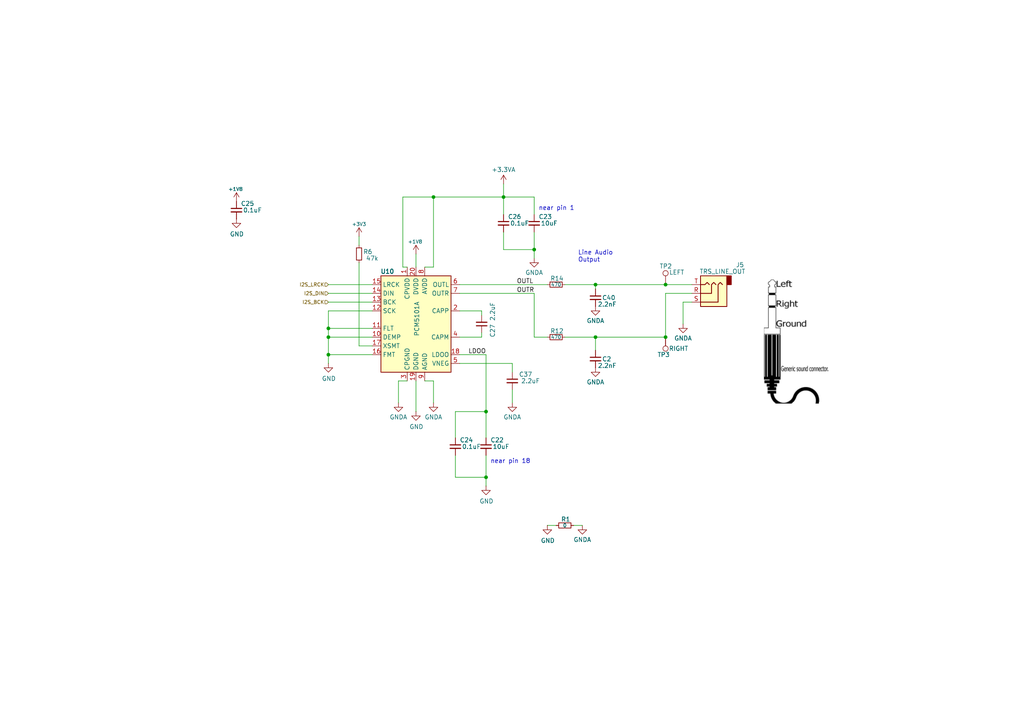
<source format=kicad_sch>
(kicad_sch (version 20250114) (generator "eeschema") (generator_version "9.0")
  (paper "A4")
  (lib_symbols
    (symbol "Audio:PCM5101A"
      (property "Reference" "U" (at -10.16 13.97 0))
      (property "Value" "PCM5101A" (at 3.81 13.97 0))
      (symbol "PCM5101A_0_1"
        (rectangle (start -10.16 12.7) (end 10.16 -15.24) (stroke (width 0.254)) (fill (type background)))
      )
      (symbol "PCM5101A_1_1"
        (pin input line (at -12.7 10.16 0) (length 2.54) (name "LRCK") (number "15"))
        (pin input line (at -12.7 7.62 0) (length 2.54) (name "DIN") (number "14"))
        (pin input line (at -12.7 5.08 0) (length 2.54) (name "BCK") (number "13"))
        (pin input line (at -12.7 2.54 0) (length 2.54) (name "SCK") (number "12"))
        (pin input line (at -12.7 -2.54 0) (length 2.54) (name "FLT") (number "11"))
        (pin input line (at -12.7 -5.08 0) (length 2.54) (name "DEMP") (number "10"))
        (pin input line (at -12.7 -7.62 0) (length 2.54) (name "XSMT") (number "17"))
        (pin input line (at -12.7 -10.16 0) (length 2.54) (name "FMT") (number "16"))
        (pin passive line (at -2.54 15.24 270) (length 2.54) (name "CPVDD") (number "1"))
        (pin power_in line (at -2.54 -17.78 90) (length 2.54) (name "CPGND") (number "3"))
        (pin power_in line (at 0 15.24 270) (length 2.54) (name "DVDD") (number "20"))
        (pin power_in line (at 0 -17.78 90) (length 2.54) (name "DGND") (number "19"))
        (pin power_in line (at 2.54 15.24 270) (length 2.54) (name "AVDD") (number "8"))
        (pin power_in line (at 2.54 -17.78 90) (length 2.54) (name "AGND") (number "9"))
        (pin output line (at 12.7 10.16 180) (length 2.54) (name "OUTL") (number "6"))
        (pin output line (at 12.7 7.62 180) (length 2.54) (name "OUTR") (number "7"))
        (pin passive line (at 12.7 2.54 180) (length 2.54) (name "CAPP") (number "2"))
        (pin passive line (at 12.7 -5.08 180) (length 2.54) (name "CAPM") (number "4"))
        (pin passive line (at 12.7 -10.16 180) (length 2.54) (name "LDOO") (number "18"))
        (pin passive line (at 12.7 -12.7 180) (length 2.54) (name "VNEG") (number "5"))
      )
    )
    (symbol "Connector:TestPoint" (pin_numbers (hide yes)) (pin_names (offset 0.762) (hide yes))
      (property "Reference" "TP" (at 0 6.858 0))
      (property "Value" "TestPoint" (at 0 5.08 0))
      (symbol "TestPoint_0_1"
        (circle (center 0 3.302) (radius 0.762))
      )
      (symbol "TestPoint_1_1"
        (pin passive line (at 0 0 90) (length 2.54) (name "1") (number "1"))
      )
    )
    (symbol "Connector_Audio:AudioJack3"
      (property "Reference" "J" (at 0 8.89 0))
      (property "Value" "AudioJack3" (at 0 6.35 0))
      (symbol "AudioJack3_0_1"
        (rectangle (start -5.08 -5.08) (end -6.35 -2.54) (stroke (width 0.254)) (fill (type outline)))
        (polyline (pts (xy -1.905 -2.54) (xy -1.27 -3.175) (xy -0.635 -2.54) (xy -0.635 0) (xy 2.54 0)) (stroke (width 0.254)))
        (polyline (pts (xy 0 -2.54) (xy 0.635 -3.175) (xy 1.27 -2.54) (xy 2.54 -2.54)) (stroke (width 0.254)))
        (rectangle (start 2.54 3.81) (end -5.08 -5.08) (stroke (width 0.254)) (fill (type background)))
        (polyline (pts (xy 2.54 2.54) (xy -2.54 2.54) (xy -2.54 -2.54) (xy -3.175 -3.175) (xy -3.81 -2.54)) (stroke (width 0.254)))
      )
      (symbol "AudioJack3_1_1"
        (pin passive line (at 5.08 2.54 180) (length 2.54) (name "~") (number "S"))
        (pin passive line (at 5.08 0 180) (length 2.54) (name "~") (number "R"))
        (pin passive line (at 5.08 -2.54 180) (length 2.54) (name "~") (number "T"))
      )
    )
    (symbol "Device:C_Small" (pin_numbers (hide yes)) (pin_names (offset 0.254) (hide yes))
      (property "Reference" "C" (at 0.254 1.778 0))
      (property "Value" "C_Small" (at 0.254 -2.032 0))
      (symbol "C_Small_0_1"
        (polyline (pts (xy -1.524 0.508) (xy 1.524 0.508)) (stroke (width 0.3048)))
        (polyline (pts (xy -1.524 -0.508) (xy 1.524 -0.508)) (stroke (width 0.3302)))
      )
      (symbol "C_Small_1_1"
        (pin passive line (at 0 2.54 270) (length 2.032) (name "~") (number "1"))
        (pin passive line (at 0 -2.54 90) (length 2.032) (name "~") (number "2"))
      )
    )
    (symbol "Device:R_Small" (pin_numbers (hide yes)) (pin_names (offset 0.254) (hide yes))
      (property "Reference" "R" (at 0.762 0.508 0))
      (property "Value" "R_Small" (at 0.762 -1.016 0))
      (symbol "R_Small_0_1"
        (rectangle (start -0.762 1.778) (end 0.762 -1.778) (stroke (width 0.2032)))
      )
      (symbol "R_Small_1_1"
        (pin passive line (at 0 2.54 270) (length 0.762) (name "~") (number "1"))
        (pin passive line (at 0 -2.54 90) (length 0.762) (name "~") (number "2"))
      )
    )
    (symbol "power:+1V8" (power) (pin_names (offset 0))
      (property "Value" "+1V8" (at 0 3.556 0))
      (symbol "+1V8_0_1"
        (polyline (pts (xy -0.762 1.27) (xy 0 2.54)))
        (polyline (pts (xy 0 2.54) (xy 0.762 1.27)))
        (polyline (pts (xy 0 0) (xy 0 2.54)))
      )
      (symbol "+1V8_1_1"
        (pin power_in line (at 0 0 90) (length 0) (hide yes) (name "+1V8") (number "1"))
      )
    )
    (symbol "power:+3.3VA" (power) (pin_names (offset 0))
      (property "Value" "+3.3VA" (at 0 3.556 0))
      (symbol "+3.3VA_0_1"
        (polyline (pts (xy -0.762 1.27) (xy 0 2.54)))
        (polyline (pts (xy 0 2.54) (xy 0.762 1.27)))
        (polyline (pts (xy 0 0) (xy 0 2.54)))
      )
      (symbol "+3.3VA_1_1"
        (pin power_in line (at 0 0 90) (length 0) (hide yes) (name "+3.3VA") (number "1"))
      )
    )
    (symbol "power:+3V3" (power) (pin_names (offset 0))
      (property "Value" "+3V3" (at 0 3.556 0))
      (symbol "+3V3_0_1"
        (polyline (pts (xy -0.762 1.27) (xy 0 2.54)))
        (polyline (pts (xy 0 2.54) (xy 0.762 1.27)))
        (polyline (pts (xy 0 0) (xy 0 2.54)))
      )
      (symbol "+3V3_1_1"
        (pin power_in line (at 0 0 90) (length 0) (hide yes) (name "+3V3") (number "1"))
      )
    )
    (symbol "power:GND" (power) (pin_numbers (hide yes)) (pin_names (offset 0) (hide yes))
      (property "Value" "GND" (at 0 -3.81 0))
      (symbol "GND_0_1"
        (polyline (pts (xy 0 0) (xy 0 -1.27) (xy 1.27 -1.27) (xy 0 -2.54) (xy -1.27 -1.27) (xy 0 -1.27)))
      )
      (symbol "GND_1_1"
        (pin power_in line (at 0 0 270) (length 0) (name "~") (number "1"))
      )
    )
    (symbol "power:GNDA" (power) (pin_names (offset 0))
      (property "Value" "GNDA" (at 0 -3.81 0))
      (symbol "GNDA_0_1"
        (polyline (pts (xy 0 0) (xy 0 -1.27) (xy 1.27 -1.27) (xy 0 -2.54) (xy -1.27 -1.27) (xy 0 -1.27)))
      )
      (symbol "GNDA_1_1"
        (pin power_in line (at 0 0 270) (length 0) (hide yes) (name "GNDA") (number "1"))
      )
    )
  )
  (text "near pin 18" (at 142.24 134.62 0) (effects (font (size 1.27 1.27)) (justify left bottom)))
  (text "near pin 1" (at 156.21 61.214 0) (effects (font (size 1.27 1.27)) (justify left bottom)))
  (text "Line Audio\nOutput" (at 167.64 76.2 0) (effects (font (size 1.27 1.27)) (justify left bottom)))
  (junction (at 193.04 97.79))
  (junction (at 154.94 72.39))
  (junction (at 95.25 95.25))
  (junction (at 140.97 119.38))
  (junction (at 193.04 82.55))
  (junction (at 172.72 82.55))
  (junction (at 146.05 57.15))
  (junction (at 95.25 97.79))
  (junction (at 172.72 97.79))
  (junction (at 140.97 138.43))
  (junction (at 95.25 102.87))
  (junction (at 125.73 57.15))
  (wire (pts (xy 133.35 85.09) (xy 154.94 85.09)))
  (wire (pts (xy 140.97 138.43) (xy 140.97 140.97)))
  (wire (pts (xy 133.35 90.17) (xy 139.7 90.17)))
  (wire (pts (xy 146.05 67.31) (xy 146.05 72.39)))
  (wire (pts (xy 104.14 71.12) (xy 104.14 68.58)))
  (wire (pts (xy 148.59 105.41) (xy 148.59 107.95)))
  (wire (pts (xy 139.7 90.17) (xy 139.7 91.44)))
  (wire (pts (xy 172.72 101.6) (xy 172.72 97.79)))
  (wire (pts (xy 163.83 97.79) (xy 172.72 97.79)))
  (wire (pts (xy 125.73 57.15) (xy 146.05 57.15)))
  (wire (pts (xy 146.05 57.15) (xy 154.94 57.15)))
  (wire (pts (xy 198.12 87.63) (xy 200.66 87.63)))
  (wire (pts (xy 140.97 102.87) (xy 140.97 119.38)))
  (wire (pts (xy 95.25 85.09) (xy 107.95 85.09)))
  (wire (pts (xy 104.14 76.2) (xy 104.14 100.33)))
  (wire (pts (xy 172.72 97.79) (xy 193.04 97.79)))
  (wire (pts (xy 95.25 90.17) (xy 107.95 90.17)))
  (wire (pts (xy 172.72 82.55) (xy 163.83 82.55)))
  (wire (pts (xy 116.84 77.47) (xy 118.11 77.47)))
  (wire (pts (xy 154.94 67.31) (xy 154.94 72.39)))
  (wire (pts (xy 125.73 116.84) (xy 125.73 110.49)))
  (wire (pts (xy 140.97 132.08) (xy 140.97 138.43)))
  (wire (pts (xy 146.05 72.39) (xy 154.94 72.39)))
  (wire (pts (xy 154.94 97.79) (xy 158.75 97.79)))
  (wire (pts (xy 193.04 82.55) (xy 200.66 82.55)))
  (wire (pts (xy 140.97 119.38) (xy 140.97 127)))
  (wire (pts (xy 193.04 85.09) (xy 193.04 97.79)))
  (wire (pts (xy 107.95 100.33) (xy 104.14 100.33)))
  (wire (pts (xy 95.25 102.87) (xy 95.25 105.41)))
  (wire (pts (xy 125.73 110.49) (xy 123.19 110.49)))
  (wire (pts (xy 132.08 119.38) (xy 132.08 127)))
  (wire (pts (xy 198.12 87.63) (xy 198.12 93.98)))
  (wire (pts (xy 154.94 85.09) (xy 154.94 97.79)))
  (wire (pts (xy 146.05 53.34) (xy 146.05 57.15)))
  (wire (pts (xy 172.72 82.55) (xy 193.04 82.55)))
  (wire (pts (xy 172.72 83.82) (xy 172.72 82.55)))
  (wire (pts (xy 95.25 82.55) (xy 107.95 82.55)))
  (wire (pts (xy 116.84 57.15) (xy 116.84 77.47)))
  (wire (pts (xy 133.35 105.41) (xy 148.59 105.41)))
  (wire (pts (xy 146.05 57.15) (xy 146.05 62.23)))
  (wire (pts (xy 95.25 102.87) (xy 107.95 102.87)))
  (wire (pts (xy 95.25 95.25) (xy 95.25 97.79)))
  (wire (pts (xy 95.25 97.79) (xy 95.25 102.87)))
  (wire (pts (xy 125.73 57.15) (xy 116.84 57.15)))
  (wire (pts (xy 148.59 113.03) (xy 148.59 116.84)))
  (wire (pts (xy 139.7 97.79) (xy 139.7 96.52)))
  (wire (pts (xy 133.35 102.87) (xy 140.97 102.87)))
  (wire (pts (xy 123.19 77.47) (xy 125.73 77.47)))
  (wire (pts (xy 132.08 132.08) (xy 132.08 138.43)))
  (wire (pts (xy 115.57 110.49) (xy 118.11 110.49)))
  (wire (pts (xy 132.08 138.43) (xy 140.97 138.43)))
  (wire (pts (xy 154.94 72.39) (xy 154.94 74.93)))
  (wire (pts (xy 95.25 97.79) (xy 107.95 97.79)))
  (wire (pts (xy 107.95 95.25) (xy 95.25 95.25)))
  (wire (pts (xy 168.91 152.4) (xy 166.37 152.4)))
  (wire (pts (xy 133.35 82.55) (xy 158.75 82.55)))
  (wire (pts (xy 95.25 95.25) (xy 95.25 90.17)))
  (wire (pts (xy 125.73 77.47) (xy 125.73 57.15)))
  (wire (pts (xy 120.65 73.66) (xy 120.65 77.47)))
  (wire (pts (xy 115.57 116.84) (xy 115.57 110.49)))
  (wire (pts (xy 120.65 110.49) (xy 120.65 119.38)))
  (wire (pts (xy 154.94 57.15) (xy 154.94 62.23)))
  (wire (pts (xy 132.08 119.38) (xy 140.97 119.38)))
  (wire (pts (xy 158.75 152.4) (xy 161.29 152.4)))
  (wire (pts (xy 95.25 87.63) (xy 107.95 87.63)))
  (wire (pts (xy 193.04 85.09) (xy 200.66 85.09)))
  (wire (pts (xy 133.35 97.79) (xy 139.7 97.79)))
  (image (at 231.14 99.06))
  (label "OUTL" (at 149.86 82.55 0))
  (label "OUTR" (at 149.86 85.09 0))
  (label "LDOO" (at 140.97 102.87 180))
  (hierarchical_label "I2S_BCK" (shape input) (at 95.25 87.63 180) (effects (font (size 1.016 1.016))))
  (hierarchical_label "I2S_LRCK" (shape input) (at 95.25 82.55 180) (effects (font (size 1.016 1.016))))
  (hierarchical_label "I2S_DIN" (shape input) (at 95.25 85.09 180) (effects (font (size 1.016 1.016))))
  (symbol (lib_id "power:GNDA") (at 172.72 88.9 0) (unit 1)
    (property "Reference" "#PWR099" (effects (hide yes)))
    (property "Value" "GNDA" (at 172.72 93.0331 0))
  )
  (symbol (lib_id "Connector_Audio:AudioJack3") (at 205.74 85.09 180) (unit 1)
    (property "Reference" "J5" (at 214.63 76.835 0))
    (property "Value" "TRS_LINE_OUT" (at 209.55 78.74 0))
    (property "Footprint" "Conn:C18594" (effects (hide yes)))
    (property "LCSC" "C18594" (effects (hide yes)))
    (property "Manufacturer_Part_Number" "PJ-320B" (effects (hide yes)))
  )
  (symbol (lib_id "Device:C_Small") (at 139.7 93.98 180) (unit 1)
    (property "Reference" "C27" (at 142.875 93.98 90) (effects (justify left)))
    (property "Value" "2.2uF" (at 142.875 87.63 90) (effects (justify left)))
    (property "Footprint" "Capacitor_SMD:C_0603_1608Metric" (effects (hide yes)))
    (property "LCSC" "C23630" (effects (hide yes)))
    (property "Manufacturer_Part_Number" "CL10A225KO8NNNC" (effects (hide yes)))
  )
  (symbol (lib_id "Device:R_Small") (at 163.83 152.4 90) (unit 1)
    (property "Reference" "R1" (at 164.084 150.622 90))
    (property "Value" "0" (at 163.83 152.4 90) (effects (font (size 1.016 1.016))))
    (property "Footprint" "Resistor_SMD:R_0603_1608Metric" (effects (hide yes)))
    (property "LCSC" "C21189" (effects (hide yes)))
  )
  (symbol (lib_id "power:GND") (at 95.25 105.41 0) (unit 1)
    (property "Reference" "#PWR089" (effects (hide yes)))
    (property "Value" "GND" (at 95.377 109.8042 0))
  )
  (symbol (lib_id "power:GND") (at 140.97 140.97 0) (unit 1)
    (property "Reference" "#PWR094" (effects (hide yes)))
    (property "Value" "GND" (at 141.097 145.3642 0))
  )
  (symbol (lib_id "power:GND") (at 68.58 63.5 0) (unit 1)
    (property "Reference" "#PWR0102" (effects (hide yes)))
    (property "Value" "GND" (at 68.707 67.8942 0))
  )
  (symbol (lib_id "Device:R_Small") (at 161.29 82.55 90) (unit 1)
    (property "Reference" "R14" (at 161.544 80.772 90))
    (property "Value" "470" (at 161.29 82.55 90) (effects (font (size 1.016 1.016))))
    (property "Footprint" "smd:R_0402_1005Metric" (effects (hide yes)))
    (property "Datasheet" "https://api.pim.na.industrial.panasonic.com/file_stream/main/fileversion/1263" (effects (hide yes)))
    (property "LCSC" "C423162" (effects (hide yes)))
    (property "Manufacturer_Part_Number" "0402WGF470LTCE" (effects (hide yes)))
  )
  (symbol (lib_id "power:+1V8") (at 120.65 73.66 0) (unit 1)
    (property "Reference" "#PWR087" (effects (hide yes)))
    (property "Value" "+1V8" (at 120.396 70.104 0) (effects (font (size 1.016 1.016))))
  )
  (symbol (lib_id "Device:R_Small") (at 161.29 97.79 90) (unit 1)
    (property "Reference" "R12" (at 161.544 96.012 90))
    (property "Value" "470" (at 161.29 97.79 90) (effects (font (size 1.016 1.016))))
    (property "Footprint" "smd:R_0402_1005Metric" (effects (hide yes)))
    (property "Datasheet" "https://api.pim.na.industrial.panasonic.com/file_stream/main/fileversion/1263" (effects (hide yes)))
    (property "LCSC" "C423162" (effects (hide yes)))
    (property "Manufacturer_Part_Number" "0402WGF470LTCE" (effects (hide yes)))
  )
  (symbol (lib_id "power:GNDA") (at 168.91 152.4 0) (unit 1)
    (property "Reference" "#PWR0101" (effects (hide yes)))
    (property "Value" "GNDA" (at 168.91 156.5331 0))
  )
  (symbol (lib_id "Device:C_Small") (at 68.58 60.96 0) (unit 1)
    (property "Reference" "C25" (at 69.85 59.055 0) (effects (justify left)))
    (property "Value" "0.1uF" (at 70.485 60.96 0) (effects (justify left)))
    (property "Footprint" "smd:C_0201_0603Metric" (effects (hide yes)))
    (property "Datasheet" "https://mm.digikey.com/Volume0/opasdata/d220001/medias/docus/41/CL03A104KQ3NNNC_SS.pdf" (effects (hide yes)))
    (property "LCSC" "C2846674" (effects (hide yes)))
    (property "Manufacturer_Part_Number" "0201X104K160NT" (effects (hide yes)))
  )
  (symbol (lib_id "power:GND") (at 158.75 152.4 0) (unit 1)
    (property "Reference" "#PWR088" (effects (hide yes)))
    (property "Value" "GND" (at 158.877 156.7942 0))
  )
  (symbol (lib_id "Device:C_Small") (at 172.72 104.14 0) (unit 1)
    (property "Reference" "C2" (at 174.625 104.14 0) (effects (justify left)))
    (property "Value" "2.2nF" (at 173.355 106.045 0) (effects (justify left)))
    (property "Footprint" "Capacitor_SMD:C_0603_1608Metric" (effects (hide yes)))
    (property "LCSC" "C33353" (effects (hide yes)))
    (property "Manufacturer_Part_Number" "CL10C222JB8NNNC" (effects (hide yes)))
  )
  (symbol (lib_id "power:GNDA") (at 148.59 116.84 0) (unit 1)
    (property "Reference" "#PWR096" (effects (hide yes)))
    (property "Value" "GNDA" (at 148.59 120.9731 0))
  )
  (symbol (lib_id "Device:C_Small") (at 146.05 64.77 0) (unit 1)
    (property "Reference" "C26" (at 147.32 62.865 0) (effects (justify left)))
    (property "Value" "0.1uF" (at 147.955 64.77 0) (effects (justify left)))
    (property "Footprint" "smd:C_0201_0603Metric" (effects (hide yes)))
    (property "Datasheet" "https://mm.digikey.com/Volume0/opasdata/d220001/medias/docus/41/CL03A104KQ3NNNC_SS.pdf" (effects (hide yes)))
    (property "LCSC" "C2846674" (effects (hide yes)))
    (property "Manufacturer_Part_Number" "0201X104K160NT" (effects (hide yes)))
  )
  (symbol (lib_id "Device:C_Small") (at 172.72 86.36 0) (unit 1)
    (property "Reference" "C40" (at 174.625 86.36 0) (effects (justify left)))
    (property "Value" "2.2nF" (at 173.355 88.265 0) (effects (justify left)))
    (property "Footprint" "Capacitor_SMD:C_0603_1608Metric" (effects (hide yes)))
    (property "LCSC" "C33353" (effects (hide yes)))
    (property "Manufacturer_Part_Number" "CL10C222JB8NNNC" (effects (hide yes)))
  )
  (symbol (lib_id "Device:C_Small") (at 148.59 110.49 0) (unit 1)
    (property "Reference" "C37" (at 150.495 108.585 0) (effects (justify left)))
    (property "Value" "2.2uF" (at 151.13 110.49 0) (effects (justify left)))
    (property "Footprint" "Capacitor_SMD:C_0603_1608Metric" (effects (hide yes)))
    (property "LCSC" "C23630" (effects (hide yes)))
    (property "Manufacturer_Part_Number" "CL10A225KO8NNNC" (effects (hide yes)))
  )
  (symbol (lib_id "power:GND") (at 120.65 119.38 0) (unit 1)
    (property "Reference" "#PWR092" (effects (hide yes)))
    (property "Value" "GND" (at 120.777 123.7742 0))
  )
  (symbol (lib_id "power:+3V3") (at 104.14 68.58 0) (unit 1)
    (property "Reference" "#PWR091" (effects (hide yes)))
    (property "Value" "+3V3" (at 104.14 65.024 0) (effects (font (size 1 1))))
  )
  (symbol (lib_id "power:GNDA") (at 115.57 116.84 0) (unit 1)
    (property "Reference" "#PWR090" (effects (hide yes)))
    (property "Value" "GNDA" (at 115.57 120.9731 0))
  )
  (symbol (lib_id "power:GNDA") (at 172.72 106.68 0) (unit 1)
    (property "Reference" "#PWR098" (effects (hide yes)))
    (property "Value" "GNDA" (at 172.72 110.8131 0))
  )
  (symbol (lib_id "power:+3.3VA") (at 146.05 53.34 0) (unit 1)
    (property "Reference" "#PWR095" (effects (hide yes)))
    (property "Value" "+3.3VA" (at 146.05 49.2069 0))
  )
  (symbol (lib_id "Device:C_Small") (at 154.94 64.77 0) (unit 1)
    (property "Reference" "C23" (at 156.21 62.865 0) (effects (justify left)))
    (property "Value" "10uF" (at 156.845 64.77 0) (effects (justify left)))
    (property "Footprint" "Capacitor_SMD:C_0603_1608Metric" (effects (hide yes)))
    (property "Datasheet" "https://mm.digikey.com/Volume0/opasdata/d220001/medias/docus/43/CL10A106KP8NNNC_Spec.pdf" (effects (hide yes)))
    (property "LCSC" "C19702" (effects (hide yes)))
    (property "Manufacturer_Part_Number" "CL10A106KP8NNNC" (effects (hide yes)))
  )
  (symbol (lib_id "power:+1V8") (at 68.58 58.42 0) (unit 1)
    (property "Reference" "#PWR0103" (effects (hide yes)))
    (property "Value" "+1V8" (at 68.326 54.864 0) (effects (font (size 1.016 1.016))))
  )
  (symbol (lib_id "Device:C_Small") (at 132.08 129.54 0) (unit 1)
    (property "Reference" "C24" (at 133.35 127.635 0) (effects (justify left)))
    (property "Value" "0.1uF" (at 133.985 129.54 0) (effects (justify left)))
    (property "Footprint" "smd:C_0201_0603Metric" (effects (hide yes)))
    (property "Datasheet" "https://mm.digikey.com/Volume0/opasdata/d220001/medias/docus/41/CL03A104KQ3NNNC_SS.pdf" (effects (hide yes)))
    (property "LCSC" "C2846674" (effects (hide yes)))
    (property "Manufacturer_Part_Number" "0201X104K160NT" (effects (hide yes)))
  )
  (symbol (lib_id "power:GNDA") (at 198.12 93.98 0) (unit 1)
    (property "Reference" "#PWR0100" (effects (hide yes)))
    (property "Value" "GNDA" (at 198.12 98.1131 0))
  )
  (symbol (lib_id "Audio:PCM5101A") (at 120.65 92.71 0) (unit 1)
    (property "Reference" "U10" (at 110.236 78.74 0) (effects (font (thickness 0.254) (bold yes)) (justify left)))
    (property "Value" "PCM5101A" (at 120.904 97.536 90) (effects (justify left)))
    (property "Footprint" "Package_SO:TSSOP-20_4.4x6.5mm_P0.65mm" (effects (hide yes)))
    (property "Datasheet" "https://www.ti.com/lit/ds/symlink/pcm5101a.pdf" (effects (hide yes)))
    (property "LCSC" "C1540128" (effects (hide yes)))
    (property "Manufacturer_Part_Number" "PCM5101APW" (effects (hide yes)))
  )
  (symbol (lib_id "Device:C_Small") (at 140.97 129.54 0) (unit 1)
    (property "Reference" "C22" (at 142.24 127.635 0) (effects (justify left)))
    (property "Value" "10uF" (at 142.875 129.54 0) (effects (justify left)))
    (property "Footprint" "Capacitor_SMD:C_0603_1608Metric" (effects (hide yes)))
    (property "Datasheet" "https://mm.digikey.com/Volume0/opasdata/d220001/medias/docus/43/CL10A106KP8NNNC_Spec.pdf" (effects (hide yes)))
    (property "LCSC" "C19702" (effects (hide yes)))
    (property "Manufacturer_Part_Number" "CL10A106KP8NNNC" (effects (hide yes)))
  )
  (symbol (lib_id "Connector:TestPoint") (at 193.04 97.79 180) (unit 1) (in_bom no)
    (property "Reference" "TP3" (at 194.31 102.87 0) (effects (justify left)))
    (property "Value" "RIGHT" (at 199.644 101.092 0) (effects (justify left)))
    (property "Footprint" "TestPoint:TestPoint_Pad_D1.0mm" (effects (hide yes)))
  )
  (symbol (lib_id "power:GNDA") (at 154.94 74.93 0) (unit 1)
    (property "Reference" "#PWR097" (effects (hide yes)))
    (property "Value" "GNDA" (at 154.94 79.0631 0))
  )
  (symbol (lib_id "Device:R_Small") (at 104.14 73.66 0) (unit 1)
    (property "Reference" "R6" (at 106.68 73.025 0))
    (property "Value" "47k" (at 107.95 74.93 0))
    (property "Footprint" "smd:R_0201_0603Metric" (effects (hide yes)))
    (property "Datasheet" "https://industrial.panasonic.com/cdbs/www-data/pdf/RDA0000/AOA0000C304.pdf" (effects (hide yes)))
    (property "LCSC" "C270345" (effects (hide yes)))
    (property "Manufacturer_Part_Number" "1GNF4702C" (effects (hide yes)))
  )
  (symbol (lib_id "power:GNDA") (at 125.73 116.84 0) (unit 1)
    (property "Reference" "#PWR093" (effects (hide yes)))
    (property "Value" "GNDA" (at 125.73 120.9731 0))
  )
  (symbol (lib_id "Connector:TestPoint") (at 193.04 82.55 0) (unit 1) (in_bom no)
    (property "Reference" "TP2" (at 191.262 77.216 0) (effects (justify left)))
    (property "Value" "LEFT" (at 194.056 78.994 0) (effects (justify left)))
    (property "Footprint" "TestPoint:TestPoint_Pad_D1.0mm" (effects (hide yes)))
  )
)
</source>
